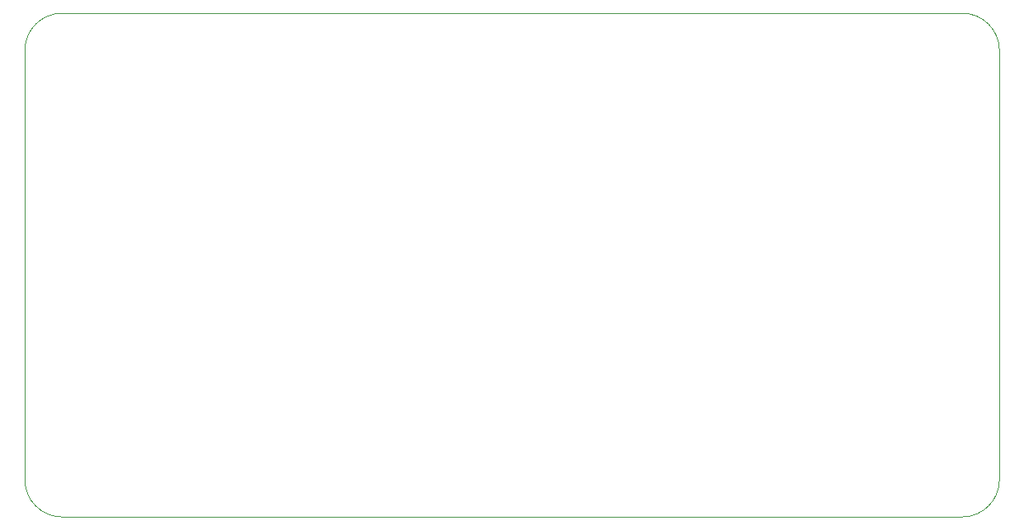
<source format=gbr>
%TF.GenerationSoftware,KiCad,Pcbnew,7.0.9*%
%TF.CreationDate,2024-04-08T18:15:03-04:00*%
%TF.ProjectId,WIRED-pH-EZO-Carrier-revA1,57495245-442d-4704-982d-455a4f2d4361,revA1*%
%TF.SameCoordinates,Original*%
%TF.FileFunction,Profile,NP*%
%FSLAX46Y46*%
G04 Gerber Fmt 4.6, Leading zero omitted, Abs format (unit mm)*
G04 Created by KiCad (PCBNEW 7.0.9) date 2024-04-08 18:15:03*
%MOMM*%
%LPD*%
G01*
G04 APERTURE LIST*
%TA.AperFunction,Profile*%
%ADD10C,0.100000*%
%TD*%
G04 APERTURE END LIST*
D10*
X202438000Y-110998000D02*
X109982000Y-110998000D01*
X109982000Y-59182000D02*
X202438000Y-59182000D01*
X109982000Y-59182000D02*
G75*
G03*
X106172000Y-62992000I0J-3810000D01*
G01*
X202438000Y-110998000D02*
G75*
G03*
X206248000Y-107188000I0J3810000D01*
G01*
X206248000Y-62992000D02*
X206248000Y-107188000D01*
X206248000Y-62992000D02*
G75*
G03*
X202438000Y-59182000I-3810000J0D01*
G01*
X106172000Y-107188000D02*
G75*
G03*
X109982000Y-110998000I3810000J0D01*
G01*
X106172000Y-107188000D02*
X106172000Y-62992000D01*
M02*

</source>
